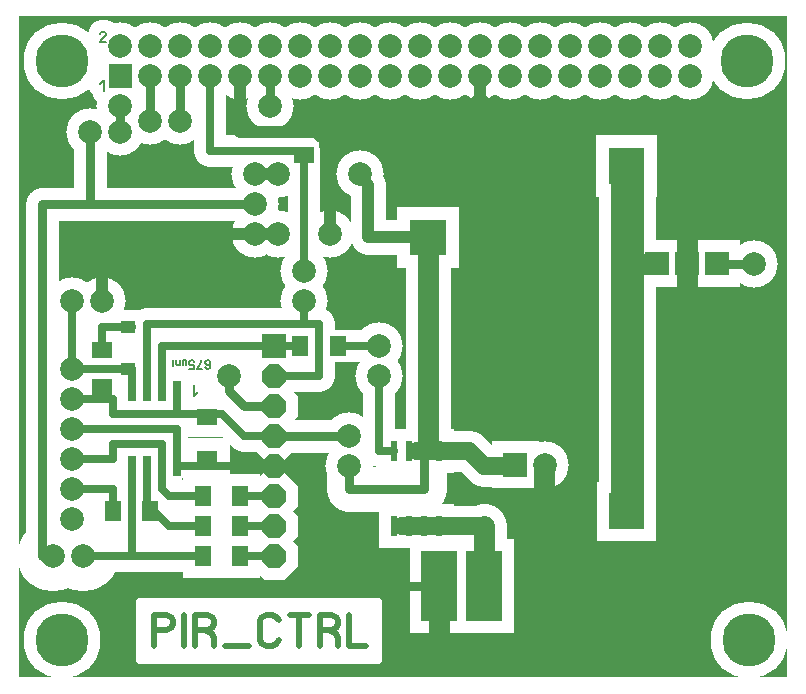
<source format=gbr>
%FSLAX34Y34*%
%MOMM*%
%LNCOPPER_TOP*%
G71*
G01*
%ADD10C, 6.500*%
%ADD11C, 4.000*%
%ADD12C, 2.159*%
%ADD13C, 2.700*%
%ADD14C, 1.900*%
%ADD15C, 2.127*%
%ADD16C, 6.000*%
%ADD17C, 2.800*%
%ADD18C, 3.500*%
%ADD19R, 2.600X3.700*%
%ADD20C, 2.600*%
%ADD21C, 3.800*%
%ADD22C, 3.000*%
%ADD23C, 4.800*%
%ADD24C, 2.476*%
%ADD25C, 0.500*%
%ADD26R, 2.200X2.500*%
%ADD27R, 3.400X3.700*%
%ADD28C, 0.200*%
%ADD29R, 5.400X5.700*%
%ADD30R, 1.200X2.100*%
%ADD31R, 2.800X3.700*%
%ADD32C, 3.159*%
%ADD33R, 3.300X3.000*%
%ADD34R, 5.100X4.800*%
%ADD35R, 2.500X2.200*%
%ADD36R, 3.700X3.400*%
%ADD37R, 3.900X3.600*%
%ADD38C, 4.500*%
%ADD39C, 2.000*%
%ADD40C, 0.159*%
%ADD41C, 0.700*%
%ADD42C, 0.127*%
%ADD43C, 0.800*%
%ADD44C, 1.500*%
%ADD45C, 1.800*%
%ADD46R, 0.600X1.700*%
%ADD47C, 0.600*%
%ADD48C, 1.000*%
%ADD49C, 0.476*%
%ADD50R, 1.400X1.700*%
%ADD51R, 0.800X1.700*%
%ADD52R, 1.300X1.000*%
%ADD53R, 1.700X1.400*%
%LPD*%
G36*
X0Y0D02*
X650000Y0D01*
X650000Y-560000D01*
X0Y-560000D01*
X0Y0D01*
G37*
%LPC*%
X36512Y-38100D02*
G54D10*
D03*
X36512Y-528638D02*
G54D10*
D03*
X616512Y-38100D02*
G54D10*
D03*
X617538Y-528638D02*
G54D10*
D03*
G36*
X65725Y-30800D02*
X105725Y-30800D01*
X105725Y-70800D01*
X65725Y-70800D01*
X65725Y-30800D01*
G37*
X111125Y-50800D02*
G54D11*
D03*
X136525Y-50800D02*
G54D11*
D03*
X161925Y-50800D02*
G54D11*
D03*
X187325Y-50800D02*
G54D11*
D03*
X212725Y-50800D02*
G54D11*
D03*
X238125Y-50800D02*
G54D11*
D03*
X263525Y-50800D02*
G54D11*
D03*
X288925Y-50800D02*
G54D11*
D03*
X314325Y-50800D02*
G54D11*
D03*
X339725Y-50800D02*
G54D11*
D03*
X365125Y-50800D02*
G54D11*
D03*
X390525Y-50800D02*
G54D11*
D03*
X415925Y-50800D02*
G54D11*
D03*
X441325Y-50800D02*
G54D11*
D03*
X466725Y-50800D02*
G54D11*
D03*
X492125Y-50800D02*
G54D11*
D03*
X517525Y-50800D02*
G54D11*
D03*
X542925Y-50800D02*
G54D11*
D03*
X568325Y-50800D02*
G54D11*
D03*
X85725Y-25400D02*
G54D11*
D03*
X111125Y-25400D02*
G54D11*
D03*
X136525Y-25400D02*
G54D11*
D03*
X161925Y-25400D02*
G54D11*
D03*
X187325Y-25400D02*
G54D11*
D03*
X212725Y-25400D02*
G54D11*
D03*
X238125Y-25400D02*
G54D11*
D03*
X263525Y-25400D02*
G54D11*
D03*
X288925Y-25400D02*
G54D11*
D03*
X314325Y-25400D02*
G54D11*
D03*
X339725Y-25400D02*
G54D11*
D03*
X365125Y-25400D02*
G54D11*
D03*
X390525Y-25400D02*
G54D11*
D03*
X415925Y-25400D02*
G54D11*
D03*
X441325Y-25400D02*
G54D11*
D03*
X466725Y-25400D02*
G54D11*
D03*
X492125Y-25400D02*
G54D11*
D03*
X517525Y-25400D02*
G54D11*
D03*
X542925Y-25400D02*
G54D11*
D03*
X568325Y-25400D02*
G54D11*
D03*
G54D12*
X68375Y-57894D02*
X71708Y-54561D01*
X71708Y-63450D01*
G36*
X400000Y-360000D02*
X440000Y-360000D01*
X440000Y-400000D01*
X400000Y-400000D01*
X400000Y-360000D01*
G37*
G36*
X570550Y-189550D02*
X610550Y-189550D01*
X610550Y-229550D01*
X570550Y-229550D01*
X570550Y-189550D01*
G37*
G36*
X545150Y-189550D02*
X585150Y-189550D01*
X585150Y-229550D01*
X545150Y-229550D01*
X545150Y-189550D01*
G37*
G36*
X519750Y-189550D02*
X559750Y-189550D01*
X559750Y-229550D01*
X519750Y-229550D01*
X519750Y-189550D01*
G37*
X445000Y-380000D02*
G54D11*
D03*
G36*
X540350Y-153000D02*
X488350Y-153000D01*
X488350Y-101000D01*
X540350Y-101000D01*
X540350Y-153000D01*
G37*
G36*
X195900Y-296500D02*
X207600Y-284800D01*
X224200Y-284800D01*
X235900Y-296500D01*
X235900Y-313100D01*
X224200Y-324800D01*
X207600Y-324800D01*
X195900Y-313100D01*
X195900Y-296500D01*
G37*
G36*
X195900Y-347300D02*
X207600Y-335600D01*
X224200Y-335600D01*
X235900Y-347300D01*
X235900Y-363900D01*
X224200Y-375600D01*
X207600Y-375600D01*
X195900Y-363900D01*
X195900Y-347300D01*
G37*
G36*
X195900Y-398100D02*
X207600Y-386400D01*
X224200Y-386400D01*
X235900Y-398100D01*
X235900Y-414700D01*
X224200Y-426400D01*
X207600Y-426400D01*
X195900Y-414700D01*
X195900Y-398100D01*
G37*
G36*
X195900Y-423500D02*
X207600Y-411800D01*
X224200Y-411800D01*
X235900Y-423500D01*
X235900Y-440100D01*
X224200Y-451800D01*
X207600Y-451800D01*
X195900Y-440100D01*
X195900Y-423500D01*
G37*
G36*
X195900Y-448900D02*
X207600Y-437200D01*
X224200Y-437200D01*
X235900Y-448900D01*
X235900Y-465500D01*
X224200Y-477200D01*
X207600Y-477200D01*
X195900Y-465500D01*
X195900Y-448900D01*
G37*
G36*
X195900Y-259400D02*
X235900Y-259400D01*
X235900Y-299400D01*
X195900Y-299400D01*
X195900Y-259400D01*
G37*
G36*
X195900Y-321900D02*
X207600Y-310200D01*
X224200Y-310200D01*
X235900Y-321900D01*
X235900Y-338500D01*
X224200Y-350200D01*
X207600Y-350200D01*
X195900Y-338500D01*
X195900Y-321900D01*
G37*
G54D13*
X120650Y-317500D02*
X120650Y-279400D01*
X215900Y-279400D01*
G54D13*
X107950Y-317500D02*
X107950Y-260350D01*
X254000Y-260350D01*
X254000Y-304800D01*
X215900Y-304800D01*
G54D13*
X95250Y-317500D02*
X95250Y-298450D01*
X44450Y-298450D01*
G54D13*
X133350Y-317500D02*
X133350Y-336550D01*
X79375Y-336550D01*
G54D13*
X215900Y-355600D02*
X190500Y-355600D01*
X171450Y-336550D01*
X133350Y-336550D01*
G54D14*
X133350Y-381000D02*
X133350Y-349250D01*
X44450Y-349250D01*
G54D13*
X120650Y-381000D02*
X120650Y-400050D01*
X127000Y-406400D01*
X152400Y-406400D01*
G54D13*
X120650Y-381000D02*
X120650Y-361950D01*
X79375Y-361950D01*
X79375Y-374650D01*
X44450Y-374650D01*
G54D13*
X107950Y-381000D02*
X107950Y-412750D01*
X127000Y-431800D01*
X155575Y-431800D01*
G54D13*
X44450Y-400050D02*
X79375Y-400050D01*
X79375Y-419100D01*
G54D13*
X187325Y-431800D02*
X215900Y-431800D01*
G54D13*
X187325Y-457200D02*
X215900Y-457200D01*
G54D13*
X69850Y-282575D02*
X69850Y-263525D01*
X95250Y-263525D01*
G54D13*
X95250Y-381000D02*
X95250Y-457200D01*
G54D13*
X184150Y-406400D02*
X215900Y-406400D01*
G54D15*
X157554Y-297117D02*
X158088Y-298006D01*
X159154Y-298450D01*
X160221Y-298450D01*
X161288Y-298006D01*
X161821Y-297117D01*
X161821Y-294895D01*
X161821Y-294450D01*
X160221Y-295339D01*
X159154Y-295339D01*
X158088Y-294895D01*
X157554Y-294006D01*
X157554Y-292672D01*
X158088Y-291783D01*
X159154Y-291339D01*
X160221Y-291339D01*
X161288Y-291783D01*
X161821Y-292672D01*
X161821Y-294895D01*
G54D15*
X155065Y-298450D02*
X150798Y-298450D01*
X151332Y-297561D01*
X152398Y-296228D01*
X153465Y-294450D01*
X153998Y-293117D01*
X153998Y-291339D01*
G54D15*
X144042Y-298450D02*
X148309Y-298450D01*
X148309Y-295339D01*
X147776Y-295339D01*
X146709Y-295783D01*
X145642Y-295783D01*
X144576Y-295339D01*
X144042Y-294450D01*
X144042Y-292672D01*
X144576Y-291783D01*
X145642Y-291339D01*
X146709Y-291339D01*
X147776Y-291783D01*
X148309Y-292672D01*
G54D15*
X138353Y-295339D02*
X138353Y-291339D01*
G54D15*
X138353Y-292228D02*
X138886Y-291517D01*
X139953Y-291339D01*
X141020Y-291517D01*
X141553Y-292228D01*
X141553Y-295339D01*
G54D15*
X135864Y-291339D02*
X135864Y-295339D01*
G54D15*
X135864Y-294450D02*
X135331Y-295072D01*
X134264Y-295339D01*
X133197Y-295072D01*
X132664Y-294450D01*
X132664Y-291339D01*
G54D15*
X130175Y-291339D02*
X130175Y-295339D01*
G54D15*
X130175Y-296672D02*
X130175Y-296672D01*
G54D13*
X44450Y-323850D02*
X79375Y-323850D01*
X79375Y-336550D01*
X177800Y-304800D02*
G54D16*
D03*
G54D17*
X215900Y-330200D02*
X190500Y-330200D01*
X177800Y-317500D01*
X177800Y-304800D01*
G54D18*
X323850Y-431800D02*
X393700Y-431800D01*
X355600Y-431800D02*
G54D19*
D03*
X342900Y-431800D02*
G54D19*
D03*
X330200Y-431800D02*
G54D19*
D03*
X317500Y-431800D02*
G54D19*
D03*
X355600Y-368300D02*
G54D19*
D03*
X342900Y-368300D02*
G54D19*
D03*
X330200Y-368300D02*
G54D19*
D03*
X317500Y-368300D02*
G54D19*
D03*
G54D20*
X355600Y-368300D02*
X330200Y-368300D01*
G54D20*
X355600Y-431800D02*
X317500Y-431800D01*
G54D18*
X336550Y-368300D02*
X381000Y-368300D01*
X393700Y-381000D01*
X419100Y-381000D01*
G54D13*
X317500Y-368300D02*
X304800Y-368300D01*
X304800Y-304800D01*
X200025Y-158750D02*
G54D11*
D03*
X200025Y-184150D02*
G54D11*
D03*
G54D13*
X155575Y-457200D02*
X53975Y-457200D01*
G54D13*
X161925Y-50800D02*
X161925Y-114300D01*
X241300Y-114300D01*
X241300Y-215900D01*
G54D21*
X342900Y-368300D02*
X342900Y-400050D01*
X279400Y-400050D01*
X279400Y-381000D01*
G54D17*
X215900Y-355600D02*
X279400Y-355600D01*
G54D17*
X200025Y-158750D02*
X19050Y-158750D01*
X19050Y-457200D01*
X28575Y-457200D01*
G54D13*
X241300Y-279400D02*
X215900Y-279400D01*
X279400Y-355600D02*
G54D11*
D03*
X279400Y-381000D02*
G54D11*
D03*
G54D13*
X269875Y-279400D02*
X304800Y-279400D01*
X304800Y-279400D02*
G54D11*
D03*
X304800Y-304800D02*
G54D11*
D03*
G54D13*
X44450Y-298450D02*
X44450Y-241300D01*
X69850Y-241300D02*
G54D11*
D03*
X44450Y-241300D02*
G54D11*
D03*
G54D13*
X200025Y-184150D02*
X203200Y-184150D01*
G54D21*
X346075Y-365125D02*
X346075Y-187325D01*
X288925Y-133350D02*
G54D11*
D03*
X200025Y-133350D02*
G54D11*
D03*
G54D22*
X200025Y-133350D02*
X219075Y-133350D01*
X219075Y-133350D02*
G54D11*
D03*
X241300Y-215900D02*
G54D11*
D03*
X241300Y-241300D02*
G54D11*
D03*
G54D13*
X241300Y-241300D02*
X241300Y-260350D01*
X263525Y-184150D02*
G54D11*
D03*
X219075Y-184150D02*
G54D11*
D03*
G54D22*
X200025Y-184150D02*
X219075Y-184150D01*
X111125Y-88900D02*
G54D11*
D03*
X85725Y-98425D02*
G54D11*
D03*
G54D17*
X60325Y-98425D02*
X60325Y-158750D01*
G54D17*
X111125Y-88900D02*
X111125Y-50800D01*
G54D17*
X136525Y-88900D02*
X136525Y-50800D01*
G54D21*
X393700Y-485775D02*
X393700Y-431800D01*
X622300Y-209550D02*
G54D11*
D03*
X136525Y-88900D02*
G54D11*
D03*
X85725Y-76200D02*
G54D11*
D03*
X212725Y-76200D02*
G54D11*
D03*
G54D17*
X212725Y-50800D02*
X212725Y-76200D01*
X60325Y-98425D02*
G54D11*
D03*
G54D17*
X85725Y-76200D02*
X85725Y-98425D01*
G36*
X372075Y-161325D02*
X372075Y-213325D01*
X320075Y-213325D01*
X320075Y-161325D01*
X372075Y-161325D01*
G37*
G54D22*
X288925Y-133350D02*
X295275Y-142875D01*
X295275Y-187325D01*
X346075Y-187325D01*
G54D23*
X514350Y-127000D02*
X514350Y-419100D01*
G54D17*
X590550Y-209550D02*
X622300Y-209550D01*
G36*
X489350Y-394100D02*
X539350Y-394100D01*
X539350Y-444100D01*
X489350Y-444100D01*
X489350Y-394100D01*
G37*
G54D24*
X114300Y-533400D02*
X114300Y-506733D01*
X124300Y-506733D01*
X128300Y-508400D01*
X130300Y-511733D01*
X130300Y-515067D01*
X128300Y-518400D01*
X124300Y-520067D01*
X114300Y-520067D01*
G54D24*
X139633Y-533400D02*
X139633Y-506733D01*
G54D24*
X156966Y-520067D02*
X162966Y-523400D01*
X164966Y-526733D01*
X164966Y-533400D01*
G54D24*
X148966Y-533400D02*
X148966Y-506733D01*
X158966Y-506733D01*
X162966Y-508400D01*
X164966Y-511733D01*
X164966Y-515067D01*
X162966Y-518400D01*
X158966Y-520067D01*
X148966Y-520067D01*
G54D24*
X174299Y-533400D02*
X194299Y-533400D01*
G54D24*
X219632Y-528400D02*
X217632Y-531733D01*
X213632Y-533400D01*
X209632Y-533400D01*
X205632Y-531733D01*
X203632Y-528400D01*
X203632Y-511733D01*
X205632Y-508400D01*
X209632Y-506733D01*
X213632Y-506733D01*
X217632Y-508400D01*
X219632Y-511733D01*
G54D24*
X236965Y-533400D02*
X236965Y-506733D01*
G54D24*
X228965Y-506733D02*
X244965Y-506733D01*
G54D24*
X262298Y-520067D02*
X268298Y-523400D01*
X270298Y-526733D01*
X270298Y-533400D01*
G54D24*
X254298Y-533400D02*
X254298Y-506733D01*
X264298Y-506733D01*
X268298Y-508400D01*
X270298Y-511733D01*
X270298Y-515067D01*
X268298Y-518400D01*
X264298Y-520067D01*
X254298Y-520067D01*
G54D24*
X279631Y-506733D02*
X279631Y-533400D01*
X293631Y-533400D01*
G36*
X304800Y-495300D02*
X304800Y-546100D01*
X101600Y-546100D01*
X101600Y-495300D01*
X304800Y-495300D01*
G37*
G54D25*
X304800Y-495300D02*
X304800Y-546100D01*
X101600Y-546100D01*
X101600Y-495300D01*
X304800Y-495300D01*
G54D21*
X539750Y-209550D02*
X514350Y-209550D01*
X238125Y-279400D02*
G54D26*
D03*
X269875Y-279400D02*
G54D26*
D03*
X155575Y-406400D02*
G54D27*
D03*
X187325Y-406400D02*
G54D27*
D03*
X155575Y-431800D02*
G54D26*
D03*
X187325Y-431800D02*
G54D26*
D03*
X155575Y-457200D02*
G54D27*
D03*
X187325Y-457200D02*
G54D27*
D03*
G36*
X165100Y-393700D02*
X177800Y-393700D01*
X177800Y-469900D01*
X165100Y-469900D01*
X165100Y-393700D01*
G37*
G54D28*
X165100Y-393700D02*
X177800Y-393700D01*
X177800Y-469900D01*
X165100Y-469900D01*
X165100Y-393700D01*
X79375Y-419100D02*
G54D29*
D03*
X111125Y-419100D02*
G54D29*
D03*
X133350Y-381000D02*
G54D30*
D03*
X120650Y-381000D02*
G54D31*
D03*
X107950Y-381000D02*
G54D31*
D03*
X95250Y-381000D02*
G54D31*
D03*
X133350Y-317500D02*
G54D31*
D03*
X120650Y-317500D02*
G54D31*
D03*
X107950Y-317500D02*
G54D31*
D03*
X95250Y-317500D02*
G54D31*
D03*
G54D32*
X151049Y-317979D02*
X147715Y-321313D01*
X147715Y-312424D01*
X92075Y-263525D02*
G54D33*
D03*
X92075Y-298525D02*
G54D33*
D03*
X69850Y-282575D02*
G54D34*
D03*
X69850Y-314325D02*
G54D35*
D03*
X44450Y-323850D02*
G54D16*
D03*
X44450Y-298450D02*
G54D16*
D03*
X44450Y-349250D02*
G54D16*
D03*
X44450Y-374650D02*
G54D16*
D03*
X44450Y-400050D02*
G54D16*
D03*
X44450Y-425450D02*
G54D16*
D03*
X53975Y-457200D02*
G54D16*
D03*
X28575Y-457200D02*
G54D16*
D03*
G54D12*
X73708Y-22175D02*
X68375Y-22175D01*
X68375Y-21619D01*
X69042Y-20508D01*
X73042Y-17175D01*
X73708Y-16064D01*
X73708Y-14953D01*
X73042Y-13842D01*
X71708Y-13286D01*
X70375Y-13286D01*
X69042Y-13842D01*
X68375Y-14953D01*
X241300Y-117475D02*
G54D35*
D03*
G36*
X368700Y-442600D02*
X418700Y-442600D01*
X418700Y-522600D01*
X368700Y-522600D01*
X368700Y-442600D01*
G37*
G36*
X330600Y-442600D02*
X380600Y-442600D01*
X380600Y-522600D01*
X330600Y-522600D01*
X330600Y-442600D01*
G37*
X158750Y-339725D02*
G54D36*
D03*
X158750Y-374650D02*
G54D37*
D03*
%LPD*%
X36512Y-38100D02*
G54D38*
D03*
X36512Y-528638D02*
G54D38*
D03*
X616512Y-38100D02*
G54D38*
D03*
X617538Y-528638D02*
G54D38*
D03*
G36*
X75725Y-40800D02*
X95725Y-40800D01*
X95725Y-60800D01*
X75725Y-60800D01*
X75725Y-40800D01*
G37*
X111125Y-50800D02*
G54D39*
D03*
X136525Y-50800D02*
G54D39*
D03*
X161925Y-50800D02*
G54D39*
D03*
X187325Y-50800D02*
G54D39*
D03*
X212725Y-50800D02*
G54D39*
D03*
X238125Y-50800D02*
G54D39*
D03*
X263525Y-50800D02*
G54D39*
D03*
X288925Y-50800D02*
G54D39*
D03*
X314325Y-50800D02*
G54D39*
D03*
X339725Y-50800D02*
G54D39*
D03*
X365125Y-50800D02*
G54D39*
D03*
X390525Y-50800D02*
G54D39*
D03*
X415925Y-50800D02*
G54D39*
D03*
X441325Y-50800D02*
G54D39*
D03*
X466725Y-50800D02*
G54D39*
D03*
X492125Y-50800D02*
G54D39*
D03*
X517525Y-50800D02*
G54D39*
D03*
X542925Y-50800D02*
G54D39*
D03*
X568325Y-50800D02*
G54D39*
D03*
X85725Y-25400D02*
G54D39*
D03*
X111125Y-25400D02*
G54D39*
D03*
X136525Y-25400D02*
G54D39*
D03*
X161925Y-25400D02*
G54D39*
D03*
X187325Y-25400D02*
G54D39*
D03*
X212725Y-25400D02*
G54D39*
D03*
X238125Y-25400D02*
G54D39*
D03*
X263525Y-25400D02*
G54D39*
D03*
X288925Y-25400D02*
G54D39*
D03*
X314325Y-25400D02*
G54D39*
D03*
X339725Y-25400D02*
G54D39*
D03*
X365125Y-25400D02*
G54D39*
D03*
X390525Y-25400D02*
G54D39*
D03*
X415925Y-25400D02*
G54D39*
D03*
X441325Y-25400D02*
G54D39*
D03*
X466725Y-25400D02*
G54D39*
D03*
X492125Y-25400D02*
G54D39*
D03*
X517525Y-25400D02*
G54D39*
D03*
X542925Y-25400D02*
G54D39*
D03*
X568325Y-25400D02*
G54D39*
D03*
G54D40*
X68375Y-57894D02*
X71708Y-54561D01*
X71708Y-63450D01*
G36*
X410000Y-370000D02*
X430000Y-370000D01*
X430000Y-390000D01*
X410000Y-390000D01*
X410000Y-370000D01*
G37*
G36*
X580550Y-199550D02*
X600550Y-199550D01*
X600550Y-219550D01*
X580550Y-219550D01*
X580550Y-199550D01*
G37*
G36*
X555150Y-199550D02*
X575150Y-199550D01*
X575150Y-219550D01*
X555150Y-219550D01*
X555150Y-199550D01*
G37*
G36*
X529750Y-199550D02*
X549750Y-199550D01*
X549750Y-219550D01*
X529750Y-219550D01*
X529750Y-199550D01*
G37*
X445000Y-380000D02*
G54D39*
D03*
G36*
X580150Y-142000D02*
X550150Y-142000D01*
X550150Y-112000D01*
X580150Y-112000D01*
X580150Y-142000D01*
G37*
G36*
X529350Y-142000D02*
X499350Y-142000D01*
X499350Y-112000D01*
X529350Y-112000D01*
X529350Y-142000D01*
G37*
G36*
X205900Y-300650D02*
X211750Y-294800D01*
X220050Y-294800D01*
X225900Y-300650D01*
X225900Y-308950D01*
X220050Y-314800D01*
X211750Y-314800D01*
X205900Y-308950D01*
X205900Y-300650D01*
G37*
G36*
X205900Y-351450D02*
X211750Y-345600D01*
X220050Y-345600D01*
X225900Y-351450D01*
X225900Y-359750D01*
X220050Y-365600D01*
X211750Y-365600D01*
X205900Y-359750D01*
X205900Y-351450D01*
G37*
G36*
X205900Y-376850D02*
X211750Y-371000D01*
X220050Y-371000D01*
X225900Y-376850D01*
X225900Y-385150D01*
X220050Y-391000D01*
X211750Y-391000D01*
X205900Y-385150D01*
X205900Y-376850D01*
G37*
G36*
X205900Y-402250D02*
X211750Y-396400D01*
X220050Y-396400D01*
X225900Y-402250D01*
X225900Y-410550D01*
X220050Y-416400D01*
X211750Y-416400D01*
X205900Y-410550D01*
X205900Y-402250D01*
G37*
G36*
X205900Y-427650D02*
X211750Y-421800D01*
X220050Y-421800D01*
X225900Y-427650D01*
X225900Y-435950D01*
X220050Y-441800D01*
X211750Y-441800D01*
X205900Y-435950D01*
X205900Y-427650D01*
G37*
G36*
X205900Y-453050D02*
X211750Y-447200D01*
X220050Y-447200D01*
X225900Y-453050D01*
X225900Y-461350D01*
X220050Y-467200D01*
X211750Y-467200D01*
X205900Y-461350D01*
X205900Y-453050D01*
G37*
G36*
X205900Y-269400D02*
X225900Y-269400D01*
X225900Y-289400D01*
X205900Y-289400D01*
X205900Y-269400D01*
G37*
G36*
X205900Y-326050D02*
X211750Y-320200D01*
X220050Y-320200D01*
X225900Y-326050D01*
X225900Y-334350D01*
X220050Y-340200D01*
X211750Y-340200D01*
X205900Y-334350D01*
X205900Y-326050D01*
G37*
G54D41*
X120650Y-317500D02*
X120650Y-279400D01*
X215900Y-279400D01*
G54D41*
X107950Y-317500D02*
X107950Y-260350D01*
X254000Y-260350D01*
X254000Y-304800D01*
X215900Y-304800D01*
G54D41*
X95250Y-317500D02*
X95250Y-298450D01*
X44450Y-298450D01*
G54D41*
X133350Y-317500D02*
X133350Y-336550D01*
X79375Y-336550D01*
G54D41*
X215900Y-355600D02*
X190500Y-355600D01*
X171450Y-336550D01*
X133350Y-336550D01*
G54D41*
X215900Y-381000D02*
X133350Y-381000D01*
G54D41*
X133350Y-381000D02*
X133350Y-349250D01*
X44450Y-349250D01*
G54D41*
X120650Y-381000D02*
X120650Y-400050D01*
X127000Y-406400D01*
X152400Y-406400D01*
G54D41*
X120650Y-381000D02*
X120650Y-361950D01*
X79375Y-361950D01*
X79375Y-374650D01*
X44450Y-374650D01*
G54D41*
X107950Y-381000D02*
X107950Y-412750D01*
X127000Y-431800D01*
X155575Y-431800D01*
G54D41*
X44450Y-400050D02*
X79375Y-400050D01*
X79375Y-419100D01*
G54D41*
X187325Y-431800D02*
X215900Y-431800D01*
G54D41*
X187325Y-457200D02*
X215900Y-457200D01*
G54D41*
X69850Y-282575D02*
X69850Y-263525D01*
X95250Y-263525D01*
G54D41*
X95250Y-381000D02*
X95250Y-457200D01*
G54D41*
X184150Y-406400D02*
X215900Y-406400D01*
G54D42*
X157554Y-297117D02*
X158088Y-298006D01*
X159154Y-298450D01*
X160221Y-298450D01*
X161288Y-298006D01*
X161821Y-297117D01*
X161821Y-294895D01*
X161821Y-294450D01*
X160221Y-295339D01*
X159154Y-295339D01*
X158088Y-294895D01*
X157554Y-294006D01*
X157554Y-292672D01*
X158088Y-291783D01*
X159154Y-291339D01*
X160221Y-291339D01*
X161288Y-291783D01*
X161821Y-292672D01*
X161821Y-294895D01*
G54D42*
X155065Y-298450D02*
X150798Y-298450D01*
X151332Y-297561D01*
X152398Y-296228D01*
X153465Y-294450D01*
X153998Y-293117D01*
X153998Y-291339D01*
G54D42*
X144042Y-298450D02*
X148309Y-298450D01*
X148309Y-295339D01*
X147776Y-295339D01*
X146709Y-295783D01*
X145642Y-295783D01*
X144576Y-295339D01*
X144042Y-294450D01*
X144042Y-292672D01*
X144576Y-291783D01*
X145642Y-291339D01*
X146709Y-291339D01*
X147776Y-291783D01*
X148309Y-292672D01*
G54D42*
X138353Y-295339D02*
X138353Y-291339D01*
G54D42*
X138353Y-292228D02*
X138886Y-291517D01*
X139953Y-291339D01*
X141020Y-291517D01*
X141553Y-292228D01*
X141553Y-295339D01*
G54D42*
X135864Y-291339D02*
X135864Y-295339D01*
G54D42*
X135864Y-294450D02*
X135331Y-295072D01*
X134264Y-295339D01*
X133197Y-295072D01*
X132664Y-294450D01*
X132664Y-291339D01*
G54D42*
X130175Y-291339D02*
X130175Y-295339D01*
G54D42*
X130175Y-296672D02*
X130175Y-296672D01*
G54D41*
X44450Y-323850D02*
X79375Y-323850D01*
X79375Y-336550D01*
X177800Y-304800D02*
G54D39*
D03*
G54D43*
X215900Y-330200D02*
X190500Y-330200D01*
X177800Y-317500D01*
X177800Y-304800D01*
G54D44*
X323850Y-431800D02*
X393700Y-431800D01*
G54D45*
X444500Y-381000D02*
X444500Y-431800D01*
X469900Y-450850D01*
X469900Y-482600D01*
X514350Y-482600D01*
X514350Y-546100D01*
X355600Y-546100D01*
X355600Y-485775D01*
G54D43*
X215900Y-381000D02*
X254000Y-381000D01*
X254000Y-482600D01*
X355600Y-482600D01*
X355600Y-431800D02*
G54D46*
D03*
X342900Y-431800D02*
G54D46*
D03*
X330200Y-431800D02*
G54D46*
D03*
X317500Y-431800D02*
G54D46*
D03*
X355600Y-368300D02*
G54D46*
D03*
X342900Y-368300D02*
G54D46*
D03*
X330200Y-368300D02*
G54D46*
D03*
X317500Y-368300D02*
G54D46*
D03*
G54D47*
X355600Y-368300D02*
X330200Y-368300D01*
G54D47*
X355600Y-431800D02*
X317500Y-431800D01*
G54D44*
X336550Y-368300D02*
X381000Y-368300D01*
X393700Y-381000D01*
X419100Y-381000D01*
G54D41*
X317500Y-368300D02*
X304800Y-368300D01*
X304800Y-304800D01*
G54D48*
X390525Y-50800D02*
X390525Y-76200D01*
X390525Y-98425D01*
X390525Y-76200D02*
G54D39*
D03*
X263525Y-98425D02*
G54D39*
D03*
G54D48*
X263525Y-98425D02*
X390525Y-98425D01*
X390525Y-92075D01*
X561975Y-92075D01*
X200025Y-158750D02*
G54D39*
D03*
X200025Y-184150D02*
G54D39*
D03*
G54D41*
X155575Y-457200D02*
X53975Y-457200D01*
G54D41*
X161925Y-50800D02*
X161925Y-114300D01*
X241300Y-114300D01*
X241300Y-215900D01*
G54D43*
X342900Y-368300D02*
X342900Y-400050D01*
X279400Y-400050D01*
X279400Y-381000D01*
G54D43*
X215900Y-355600D02*
X279400Y-355600D01*
G54D43*
X200025Y-158750D02*
X19050Y-158750D01*
X19050Y-457200D01*
X28575Y-457200D01*
G54D41*
X241300Y-279400D02*
X215900Y-279400D01*
X279400Y-355600D02*
G54D39*
D03*
X279400Y-381000D02*
G54D39*
D03*
G54D41*
X269875Y-279400D02*
X304800Y-279400D01*
X304800Y-279400D02*
G54D39*
D03*
X304800Y-304800D02*
G54D39*
D03*
G54D41*
X44450Y-298450D02*
X44450Y-241300D01*
X69850Y-241300D02*
G54D39*
D03*
X44450Y-241300D02*
G54D39*
D03*
G54D48*
X69850Y-241300D02*
X69850Y-184150D01*
X200025Y-184150D01*
G54D41*
X200025Y-184150D02*
X203200Y-184150D01*
G54D45*
X346075Y-365125D02*
X346075Y-187325D01*
X288925Y-133350D02*
G54D39*
D03*
X200025Y-133350D02*
G54D39*
D03*
G54D48*
X200025Y-133350D02*
X219075Y-133350D01*
X219075Y-133350D02*
G54D39*
D03*
X241300Y-215900D02*
G54D39*
D03*
X241300Y-241300D02*
G54D39*
D03*
G54D41*
X241300Y-241300D02*
X241300Y-260350D01*
X263525Y-184150D02*
G54D39*
D03*
G54D48*
X187325Y-50800D02*
X187325Y-98425D01*
X263525Y-98425D01*
X263525Y-184150D01*
X219075Y-184150D02*
G54D39*
D03*
G54D48*
X200025Y-184150D02*
X219075Y-184150D01*
X111125Y-88900D02*
G54D39*
D03*
X85725Y-98425D02*
G54D39*
D03*
G54D43*
X60325Y-98425D02*
X60325Y-158750D01*
G54D43*
X111125Y-88900D02*
X111125Y-50800D01*
G54D43*
X136525Y-88900D02*
X136525Y-50800D01*
G54D45*
X393700Y-485775D02*
X393700Y-431800D01*
X622300Y-209550D02*
G54D39*
D03*
X136525Y-88900D02*
G54D39*
D03*
X85725Y-76200D02*
G54D39*
D03*
X212725Y-76200D02*
G54D39*
D03*
G54D43*
X212725Y-50800D02*
X212725Y-76200D01*
X60325Y-98425D02*
G54D39*
D03*
G54D43*
X85725Y-76200D02*
X85725Y-98425D01*
G36*
X361075Y-121525D02*
X361075Y-151525D01*
X331075Y-151525D01*
X331075Y-121525D01*
X361075Y-121525D01*
G37*
G36*
X361075Y-172325D02*
X361075Y-202325D01*
X331075Y-202325D01*
X331075Y-172325D01*
X361075Y-172325D01*
G37*
G54D48*
X288925Y-133350D02*
X295275Y-142875D01*
X295275Y-187325D01*
X346075Y-187325D01*
G54D45*
X346075Y-136525D02*
X346075Y-98425D01*
G54D45*
X514350Y-482600D02*
X584200Y-482600D01*
X584200Y-273050D01*
X565150Y-254000D01*
X565150Y-209550D01*
X565150Y-127000D01*
G54D17*
X514350Y-127000D02*
X514350Y-419100D01*
G54D43*
X590550Y-209550D02*
X622300Y-209550D01*
G54D45*
X561975Y-127000D02*
X561975Y-92075D01*
G36*
X499350Y-404100D02*
X529350Y-404100D01*
X529350Y-434100D01*
X499350Y-434100D01*
X499350Y-404100D01*
G37*
G36*
X454900Y-435850D02*
X484900Y-435850D01*
X484900Y-465850D01*
X454900Y-465850D01*
X454900Y-435850D01*
G37*
G36*
X499350Y-467600D02*
X529350Y-467600D01*
X529350Y-497600D01*
X499350Y-497600D01*
X499350Y-467600D01*
G37*
G54D49*
X114300Y-533400D02*
X114300Y-506733D01*
X124300Y-506733D01*
X128300Y-508400D01*
X130300Y-511733D01*
X130300Y-515067D01*
X128300Y-518400D01*
X124300Y-520067D01*
X114300Y-520067D01*
G54D49*
X139633Y-533400D02*
X139633Y-506733D01*
G54D49*
X156966Y-520067D02*
X162966Y-523400D01*
X164966Y-526733D01*
X164966Y-533400D01*
G54D49*
X148966Y-533400D02*
X148966Y-506733D01*
X158966Y-506733D01*
X162966Y-508400D01*
X164966Y-511733D01*
X164966Y-515067D01*
X162966Y-518400D01*
X158966Y-520067D01*
X148966Y-520067D01*
G54D49*
X174299Y-533400D02*
X194299Y-533400D01*
G54D49*
X219632Y-528400D02*
X217632Y-531733D01*
X213632Y-533400D01*
X209632Y-533400D01*
X205632Y-531733D01*
X203632Y-528400D01*
X203632Y-511733D01*
X205632Y-508400D01*
X209632Y-506733D01*
X213632Y-506733D01*
X217632Y-508400D01*
X219632Y-511733D01*
G54D49*
X236965Y-533400D02*
X236965Y-506733D01*
G54D49*
X228965Y-506733D02*
X244965Y-506733D01*
G54D49*
X262298Y-520067D02*
X268298Y-523400D01*
X270298Y-526733D01*
X270298Y-533400D01*
G54D49*
X254298Y-533400D02*
X254298Y-506733D01*
X264298Y-506733D01*
X268298Y-508400D01*
X270298Y-511733D01*
X270298Y-515067D01*
X268298Y-518400D01*
X264298Y-520067D01*
X254298Y-520067D01*
G54D49*
X279631Y-506733D02*
X279631Y-533400D01*
X293631Y-533400D01*
G54D45*
X539750Y-209550D02*
X514350Y-209550D01*
X238125Y-279400D02*
G54D50*
D03*
X269875Y-279400D02*
G54D50*
D03*
X155575Y-406400D02*
G54D50*
D03*
X187325Y-406400D02*
G54D50*
D03*
X155575Y-431800D02*
G54D50*
D03*
X187325Y-431800D02*
G54D50*
D03*
X155575Y-457200D02*
G54D50*
D03*
X187325Y-457200D02*
G54D50*
D03*
X79375Y-419100D02*
G54D50*
D03*
X111125Y-419100D02*
G54D50*
D03*
X133350Y-381000D02*
G54D51*
D03*
X120650Y-381000D02*
G54D51*
D03*
X107950Y-381000D02*
G54D51*
D03*
X95250Y-381000D02*
G54D51*
D03*
X133350Y-317500D02*
G54D51*
D03*
X120650Y-317500D02*
G54D51*
D03*
X107950Y-317500D02*
G54D51*
D03*
X95250Y-317500D02*
G54D51*
D03*
G54D40*
X151049Y-317979D02*
X147715Y-321313D01*
X147715Y-312424D01*
X92075Y-263525D02*
G54D52*
D03*
X92075Y-298525D02*
G54D52*
D03*
X69850Y-282575D02*
G54D53*
D03*
X69850Y-314325D02*
G54D53*
D03*
X44450Y-323850D02*
G54D39*
D03*
X44450Y-298450D02*
G54D39*
D03*
X44450Y-349250D02*
G54D39*
D03*
X44450Y-374650D02*
G54D39*
D03*
X44450Y-400050D02*
G54D39*
D03*
X44450Y-425450D02*
G54D39*
D03*
X53975Y-457200D02*
G54D39*
D03*
X28575Y-457200D02*
G54D39*
D03*
G54D40*
X73708Y-22175D02*
X68375Y-22175D01*
X68375Y-21619D01*
X69042Y-20508D01*
X73042Y-17175D01*
X73708Y-16064D01*
X73708Y-14953D01*
X73042Y-13842D01*
X71708Y-13286D01*
X70375Y-13286D01*
X69042Y-13842D01*
X68375Y-14953D01*
X241300Y-85725D02*
G54D53*
D03*
X241300Y-117475D02*
G54D53*
D03*
G54D43*
X241300Y-85725D02*
X241300Y-98425D01*
G36*
X378700Y-452600D02*
X408700Y-452600D01*
X408700Y-512600D01*
X378700Y-512600D01*
X378700Y-452600D01*
G37*
G36*
X340600Y-452600D02*
X370600Y-452600D01*
X370600Y-512600D01*
X340600Y-512600D01*
X340600Y-452600D01*
G37*
X158750Y-339725D02*
G54D53*
D03*
X158750Y-374650D02*
G54D53*
D03*
M02*

</source>
